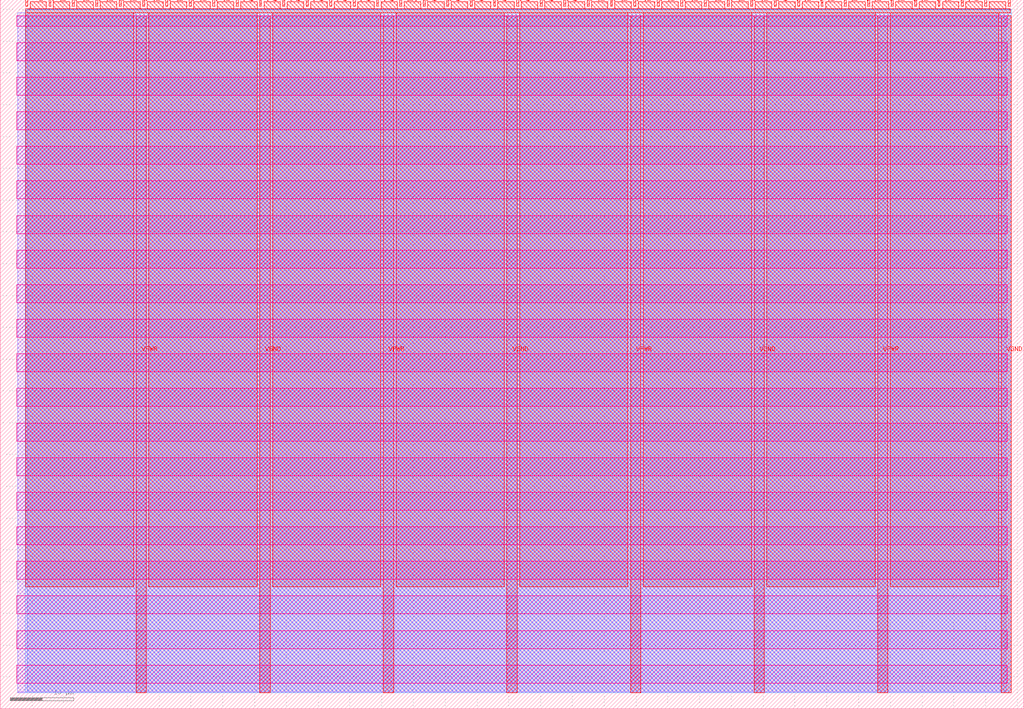
<source format=lef>
VERSION 5.7 ;
  NOWIREEXTENSIONATPIN ON ;
  DIVIDERCHAR "/" ;
  BUSBITCHARS "[]" ;
MACRO tt_um_flappy_bird
  CLASS BLOCK ;
  FOREIGN tt_um_flappy_bird ;
  ORIGIN 0.000 0.000 ;
  SIZE 161.000 BY 111.520 ;
  PIN VGND
    DIRECTION INOUT ;
    USE GROUND ;
    PORT
      LAYER met4 ;
        RECT 40.830 2.480 42.430 109.040 ;
    END
    PORT
      LAYER met4 ;
        RECT 79.700 2.480 81.300 109.040 ;
    END
    PORT
      LAYER met4 ;
        RECT 118.570 2.480 120.170 109.040 ;
    END
    PORT
      LAYER met4 ;
        RECT 157.440 2.480 159.040 109.040 ;
    END
  END VGND
  PIN VPWR
    DIRECTION INOUT ;
    USE POWER ;
    PORT
      LAYER met4 ;
        RECT 21.395 2.480 22.995 109.040 ;
    END
    PORT
      LAYER met4 ;
        RECT 60.265 2.480 61.865 109.040 ;
    END
    PORT
      LAYER met4 ;
        RECT 99.135 2.480 100.735 109.040 ;
    END
    PORT
      LAYER met4 ;
        RECT 138.005 2.480 139.605 109.040 ;
    END
  END VPWR
  PIN clk
    DIRECTION INPUT ;
    USE SIGNAL ;
    ANTENNAGATEAREA 0.852000 ;
    PORT
      LAYER met4 ;
        RECT 154.870 110.520 155.170 111.520 ;
    END
  END clk
  PIN ena
    DIRECTION INPUT ;
    USE SIGNAL ;
    ANTENNAGATEAREA 0.126000 ;
    PORT
      LAYER met4 ;
        RECT 158.550 110.520 158.850 111.520 ;
    END
  END ena
  PIN rst_n
    DIRECTION INPUT ;
    USE SIGNAL ;
    ANTENNAGATEAREA 0.213000 ;
    PORT
      LAYER met4 ;
        RECT 151.190 110.520 151.490 111.520 ;
    END
  END rst_n
  PIN ui_in[0]
    DIRECTION INPUT ;
    USE SIGNAL ;
    ANTENNAGATEAREA 0.196500 ;
    PORT
      LAYER met4 ;
        RECT 147.510 110.520 147.810 111.520 ;
    END
  END ui_in[0]
  PIN ui_in[1]
    DIRECTION INPUT ;
    USE SIGNAL ;
    ANTENNAGATEAREA 0.196500 ;
    PORT
      LAYER met4 ;
        RECT 143.830 110.520 144.130 111.520 ;
    END
  END ui_in[1]
  PIN ui_in[2]
    DIRECTION INPUT ;
    USE SIGNAL ;
    PORT
      LAYER met4 ;
        RECT 140.150 110.520 140.450 111.520 ;
    END
  END ui_in[2]
  PIN ui_in[3]
    DIRECTION INPUT ;
    USE SIGNAL ;
    PORT
      LAYER met4 ;
        RECT 136.470 110.520 136.770 111.520 ;
    END
  END ui_in[3]
  PIN ui_in[4]
    DIRECTION INPUT ;
    USE SIGNAL ;
    PORT
      LAYER met4 ;
        RECT 132.790 110.520 133.090 111.520 ;
    END
  END ui_in[4]
  PIN ui_in[5]
    DIRECTION INPUT ;
    USE SIGNAL ;
    PORT
      LAYER met4 ;
        RECT 129.110 110.520 129.410 111.520 ;
    END
  END ui_in[5]
  PIN ui_in[6]
    DIRECTION INPUT ;
    USE SIGNAL ;
    PORT
      LAYER met4 ;
        RECT 125.430 110.520 125.730 111.520 ;
    END
  END ui_in[6]
  PIN ui_in[7]
    DIRECTION INPUT ;
    USE SIGNAL ;
    PORT
      LAYER met4 ;
        RECT 121.750 110.520 122.050 111.520 ;
    END
  END ui_in[7]
  PIN uio_in[0]
    DIRECTION INPUT ;
    USE SIGNAL ;
    PORT
      LAYER met4 ;
        RECT 118.070 110.520 118.370 111.520 ;
    END
  END uio_in[0]
  PIN uio_in[1]
    DIRECTION INPUT ;
    USE SIGNAL ;
    PORT
      LAYER met4 ;
        RECT 114.390 110.520 114.690 111.520 ;
    END
  END uio_in[1]
  PIN uio_in[2]
    DIRECTION INPUT ;
    USE SIGNAL ;
    PORT
      LAYER met4 ;
        RECT 110.710 110.520 111.010 111.520 ;
    END
  END uio_in[2]
  PIN uio_in[3]
    DIRECTION INPUT ;
    USE SIGNAL ;
    PORT
      LAYER met4 ;
        RECT 107.030 110.520 107.330 111.520 ;
    END
  END uio_in[3]
  PIN uio_in[4]
    DIRECTION INPUT ;
    USE SIGNAL ;
    PORT
      LAYER met4 ;
        RECT 103.350 110.520 103.650 111.520 ;
    END
  END uio_in[4]
  PIN uio_in[5]
    DIRECTION INPUT ;
    USE SIGNAL ;
    PORT
      LAYER met4 ;
        RECT 99.670 110.520 99.970 111.520 ;
    END
  END uio_in[5]
  PIN uio_in[6]
    DIRECTION INPUT ;
    USE SIGNAL ;
    PORT
      LAYER met4 ;
        RECT 95.990 110.520 96.290 111.520 ;
    END
  END uio_in[6]
  PIN uio_in[7]
    DIRECTION INPUT ;
    USE SIGNAL ;
    PORT
      LAYER met4 ;
        RECT 92.310 110.520 92.610 111.520 ;
    END
  END uio_in[7]
  PIN uio_oe[0]
    DIRECTION OUTPUT TRISTATE ;
    USE SIGNAL ;
    PORT
      LAYER met4 ;
        RECT 29.750 110.520 30.050 111.520 ;
    END
  END uio_oe[0]
  PIN uio_oe[1]
    DIRECTION OUTPUT TRISTATE ;
    USE SIGNAL ;
    PORT
      LAYER met4 ;
        RECT 26.070 110.520 26.370 111.520 ;
    END
  END uio_oe[1]
  PIN uio_oe[2]
    DIRECTION OUTPUT TRISTATE ;
    USE SIGNAL ;
    PORT
      LAYER met4 ;
        RECT 22.390 110.520 22.690 111.520 ;
    END
  END uio_oe[2]
  PIN uio_oe[3]
    DIRECTION OUTPUT TRISTATE ;
    USE SIGNAL ;
    PORT
      LAYER met4 ;
        RECT 18.710 110.520 19.010 111.520 ;
    END
  END uio_oe[3]
  PIN uio_oe[4]
    DIRECTION OUTPUT TRISTATE ;
    USE SIGNAL ;
    PORT
      LAYER met4 ;
        RECT 15.030 110.520 15.330 111.520 ;
    END
  END uio_oe[4]
  PIN uio_oe[5]
    DIRECTION OUTPUT TRISTATE ;
    USE SIGNAL ;
    PORT
      LAYER met4 ;
        RECT 11.350 110.520 11.650 111.520 ;
    END
  END uio_oe[5]
  PIN uio_oe[6]
    DIRECTION OUTPUT TRISTATE ;
    USE SIGNAL ;
    PORT
      LAYER met4 ;
        RECT 7.670 110.520 7.970 111.520 ;
    END
  END uio_oe[6]
  PIN uio_oe[7]
    DIRECTION OUTPUT TRISTATE ;
    USE SIGNAL ;
    PORT
      LAYER met4 ;
        RECT 3.990 110.520 4.290 111.520 ;
    END
  END uio_oe[7]
  PIN uio_out[0]
    DIRECTION OUTPUT TRISTATE ;
    USE SIGNAL ;
    ANTENNAGATEAREA 0.373500 ;
    ANTENNADIFFAREA 0.445500 ;
    PORT
      LAYER met4 ;
        RECT 59.190 110.520 59.490 111.520 ;
    END
  END uio_out[0]
  PIN uio_out[1]
    DIRECTION OUTPUT TRISTATE ;
    USE SIGNAL ;
    ANTENNAGATEAREA 0.495000 ;
    ANTENNADIFFAREA 0.445500 ;
    PORT
      LAYER met4 ;
        RECT 55.510 110.520 55.810 111.520 ;
    END
  END uio_out[1]
  PIN uio_out[2]
    DIRECTION OUTPUT TRISTATE ;
    USE SIGNAL ;
    ANTENNAGATEAREA 0.495000 ;
    ANTENNADIFFAREA 0.445500 ;
    PORT
      LAYER met4 ;
        RECT 51.830 110.520 52.130 111.520 ;
    END
  END uio_out[2]
  PIN uio_out[3]
    DIRECTION OUTPUT TRISTATE ;
    USE SIGNAL ;
    ANTENNAGATEAREA 0.495000 ;
    ANTENNADIFFAREA 0.891000 ;
    PORT
      LAYER met4 ;
        RECT 48.150 110.520 48.450 111.520 ;
    END
  END uio_out[3]
  PIN uio_out[4]
    DIRECTION OUTPUT TRISTATE ;
    USE SIGNAL ;
    ANTENNAGATEAREA 0.373500 ;
    ANTENNADIFFAREA 0.891000 ;
    PORT
      LAYER met4 ;
        RECT 44.470 110.520 44.770 111.520 ;
    END
  END uio_out[4]
  PIN uio_out[5]
    DIRECTION OUTPUT TRISTATE ;
    USE SIGNAL ;
    ANTENNAGATEAREA 0.495000 ;
    ANTENNADIFFAREA 0.445500 ;
    PORT
      LAYER met4 ;
        RECT 40.790 110.520 41.090 111.520 ;
    END
  END uio_out[5]
  PIN uio_out[6]
    DIRECTION OUTPUT TRISTATE ;
    USE SIGNAL ;
    ANTENNAGATEAREA 0.495000 ;
    ANTENNADIFFAREA 0.445500 ;
    PORT
      LAYER met4 ;
        RECT 37.110 110.520 37.410 111.520 ;
    END
  END uio_out[6]
  PIN uio_out[7]
    DIRECTION OUTPUT TRISTATE ;
    USE SIGNAL ;
    ANTENNAGATEAREA 0.247500 ;
    ANTENNADIFFAREA 0.445500 ;
    PORT
      LAYER met4 ;
        RECT 33.430 110.520 33.730 111.520 ;
    END
  END uio_out[7]
  PIN uo_out[0]
    DIRECTION OUTPUT TRISTATE ;
    USE SIGNAL ;
    ANTENNAGATEAREA 0.247500 ;
    ANTENNADIFFAREA 0.445500 ;
    PORT
      LAYER met4 ;
        RECT 88.630 110.520 88.930 111.520 ;
    END
  END uo_out[0]
  PIN uo_out[1]
    DIRECTION OUTPUT TRISTATE ;
    USE SIGNAL ;
    ANTENNAGATEAREA 0.247500 ;
    ANTENNADIFFAREA 0.445500 ;
    PORT
      LAYER met4 ;
        RECT 84.950 110.520 85.250 111.520 ;
    END
  END uo_out[1]
  PIN uo_out[2]
    DIRECTION OUTPUT TRISTATE ;
    USE SIGNAL ;
    ANTENNAGATEAREA 0.247500 ;
    ANTENNADIFFAREA 0.891000 ;
    PORT
      LAYER met4 ;
        RECT 81.270 110.520 81.570 111.520 ;
    END
  END uo_out[2]
  PIN uo_out[3]
    DIRECTION OUTPUT TRISTATE ;
    USE SIGNAL ;
    ANTENNAGATEAREA 0.247500 ;
    ANTENNADIFFAREA 0.445500 ;
    PORT
      LAYER met4 ;
        RECT 77.590 110.520 77.890 111.520 ;
    END
  END uo_out[3]
  PIN uo_out[4]
    DIRECTION OUTPUT TRISTATE ;
    USE SIGNAL ;
    ANTENNAGATEAREA 0.247500 ;
    ANTENNADIFFAREA 0.891000 ;
    PORT
      LAYER met4 ;
        RECT 73.910 110.520 74.210 111.520 ;
    END
  END uo_out[4]
  PIN uo_out[5]
    DIRECTION OUTPUT TRISTATE ;
    USE SIGNAL ;
    ANTENNAGATEAREA 0.247500 ;
    ANTENNADIFFAREA 0.445500 ;
    PORT
      LAYER met4 ;
        RECT 70.230 110.520 70.530 111.520 ;
    END
  END uo_out[5]
  PIN uo_out[6]
    DIRECTION OUTPUT TRISTATE ;
    USE SIGNAL ;
    ANTENNAGATEAREA 0.247500 ;
    ANTENNADIFFAREA 0.445500 ;
    PORT
      LAYER met4 ;
        RECT 66.550 110.520 66.850 111.520 ;
    END
  END uo_out[6]
  PIN uo_out[7]
    DIRECTION OUTPUT TRISTATE ;
    USE SIGNAL ;
    ANTENNAGATEAREA 0.247500 ;
    ANTENNADIFFAREA 0.445500 ;
    PORT
      LAYER met4 ;
        RECT 62.870 110.520 63.170 111.520 ;
    END
  END uo_out[7]
  OBS
      LAYER nwell ;
        RECT 2.570 107.385 158.430 108.990 ;
        RECT 2.570 101.945 158.430 104.775 ;
        RECT 2.570 96.505 158.430 99.335 ;
        RECT 2.570 91.065 158.430 93.895 ;
        RECT 2.570 85.625 158.430 88.455 ;
        RECT 2.570 80.185 158.430 83.015 ;
        RECT 2.570 74.745 158.430 77.575 ;
        RECT 2.570 69.305 158.430 72.135 ;
        RECT 2.570 63.865 158.430 66.695 ;
        RECT 2.570 58.425 158.430 61.255 ;
        RECT 2.570 52.985 158.430 55.815 ;
        RECT 2.570 47.545 158.430 50.375 ;
        RECT 2.570 42.105 158.430 44.935 ;
        RECT 2.570 36.665 158.430 39.495 ;
        RECT 2.570 31.225 158.430 34.055 ;
        RECT 2.570 25.785 158.430 28.615 ;
        RECT 2.570 20.345 158.430 23.175 ;
        RECT 2.570 14.905 158.430 17.735 ;
        RECT 2.570 9.465 158.430 12.295 ;
        RECT 2.570 4.025 158.430 6.855 ;
      LAYER li1 ;
        RECT 2.760 2.635 158.240 108.885 ;
      LAYER met1 ;
        RECT 2.760 2.480 159.040 109.440 ;
      LAYER met2 ;
        RECT 4.230 2.535 159.010 110.005 ;
      LAYER met3 ;
        RECT 3.950 2.555 159.030 109.985 ;
      LAYER met4 ;
        RECT 4.690 110.120 7.270 111.170 ;
        RECT 8.370 110.120 10.950 111.170 ;
        RECT 12.050 110.120 14.630 111.170 ;
        RECT 15.730 110.120 18.310 111.170 ;
        RECT 19.410 110.120 21.990 111.170 ;
        RECT 23.090 110.120 25.670 111.170 ;
        RECT 26.770 110.120 29.350 111.170 ;
        RECT 30.450 110.120 33.030 111.170 ;
        RECT 34.130 110.120 36.710 111.170 ;
        RECT 37.810 110.120 40.390 111.170 ;
        RECT 41.490 110.120 44.070 111.170 ;
        RECT 45.170 110.120 47.750 111.170 ;
        RECT 48.850 110.120 51.430 111.170 ;
        RECT 52.530 110.120 55.110 111.170 ;
        RECT 56.210 110.120 58.790 111.170 ;
        RECT 59.890 110.120 62.470 111.170 ;
        RECT 63.570 110.120 66.150 111.170 ;
        RECT 67.250 110.120 69.830 111.170 ;
        RECT 70.930 110.120 73.510 111.170 ;
        RECT 74.610 110.120 77.190 111.170 ;
        RECT 78.290 110.120 80.870 111.170 ;
        RECT 81.970 110.120 84.550 111.170 ;
        RECT 85.650 110.120 88.230 111.170 ;
        RECT 89.330 110.120 91.910 111.170 ;
        RECT 93.010 110.120 95.590 111.170 ;
        RECT 96.690 110.120 99.270 111.170 ;
        RECT 100.370 110.120 102.950 111.170 ;
        RECT 104.050 110.120 106.630 111.170 ;
        RECT 107.730 110.120 110.310 111.170 ;
        RECT 111.410 110.120 113.990 111.170 ;
        RECT 115.090 110.120 117.670 111.170 ;
        RECT 118.770 110.120 121.350 111.170 ;
        RECT 122.450 110.120 125.030 111.170 ;
        RECT 126.130 110.120 128.710 111.170 ;
        RECT 129.810 110.120 132.390 111.170 ;
        RECT 133.490 110.120 136.070 111.170 ;
        RECT 137.170 110.120 139.750 111.170 ;
        RECT 140.850 110.120 143.430 111.170 ;
        RECT 144.530 110.120 147.110 111.170 ;
        RECT 148.210 110.120 150.790 111.170 ;
        RECT 151.890 110.120 154.470 111.170 ;
        RECT 155.570 110.120 158.150 111.170 ;
        RECT 3.975 109.440 158.850 110.120 ;
        RECT 3.975 19.215 20.995 109.440 ;
        RECT 23.395 19.215 40.430 109.440 ;
        RECT 42.830 19.215 59.865 109.440 ;
        RECT 62.265 19.215 79.300 109.440 ;
        RECT 81.700 19.215 98.735 109.440 ;
        RECT 101.135 19.215 118.170 109.440 ;
        RECT 120.570 19.215 137.605 109.440 ;
        RECT 140.005 19.215 157.040 109.440 ;
  END
END tt_um_flappy_bird
END LIBRARY


</source>
